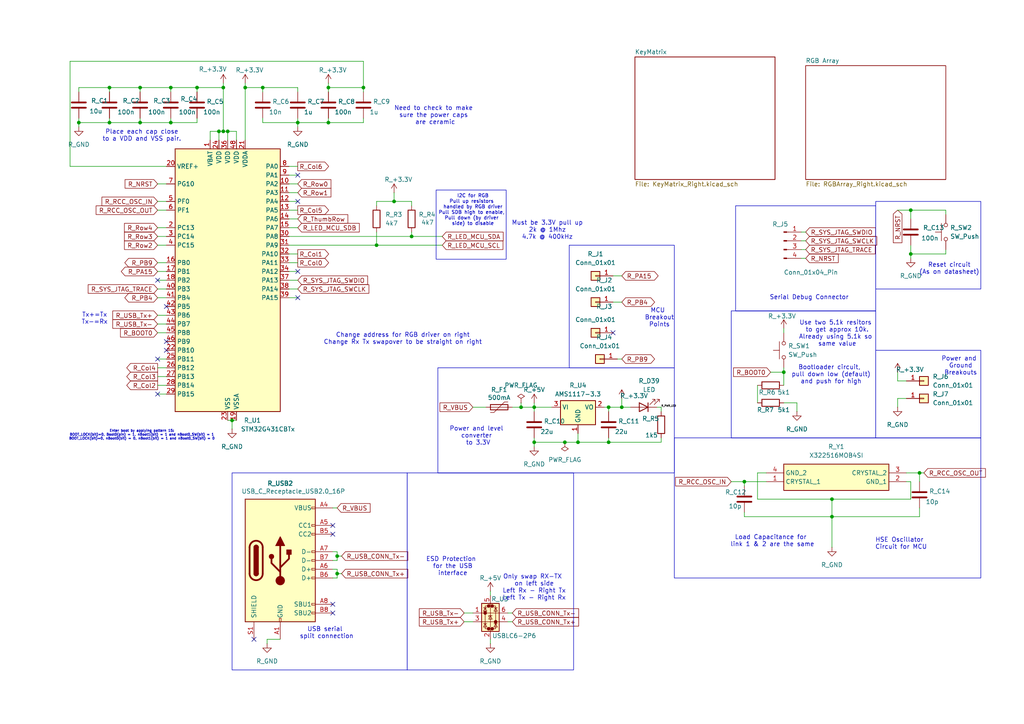
<source format=kicad_sch>
(kicad_sch (version 20250114) (generator "eeschema") (generator_version "9.0")
  (paper "A4")
  (lib_symbols
    (symbol "Connector:Conn_01x04_Pin" (pin_names (offset 1.016) (hide yes))
      (property "Reference" "J" (at 0 5.08 0))
      (property "Value" "Conn_01x04_Pin" (at 0 -7.62 0))
      (symbol "Conn_01x04_Pin_1_1"
        (pin passive line (at 5.08 2.54 180) (length 3.81) (name "Pin_1") (number "1"))
        (pin passive line (at 5.08 0 180) (length 3.81) (name "Pin_2") (number "2"))
        (pin passive line (at 5.08 -2.54 180) (length 3.81) (name "Pin_3") (number "3"))
        (pin passive line (at 5.08 -5.08 180) (length 3.81) (name "Pin_4") (number "4"))
      )
    )
    (symbol "Connector:USB_C_Receptacle_USB2.0_16P" (pin_names (offset 1.016))
      (property "Reference" "J" (at 0 22.225 0))
      (property "Value" "USB_C_Receptacle_USB2.0_16P" (at 0 19.685 0))
      (symbol "USB_C_Receptacle_USB2.0_16P_1_1"
        (pin passive line (at -7.62 -22.86 90) (length 5.08) (name "SHIELD") (number "S1"))
        (pin passive line (at 0 -22.86 90) (length 5.08) (name "GND") (number "A1"))
        (pin passive line (at 0 -22.86 90) (length 5.08) (hide yes) (name "GND") (number "A12"))
        (pin passive line (at 0 -22.86 90) (length 5.08) (hide yes) (name "GND") (number "B1"))
        (pin passive line (at 0 -22.86 90) (length 5.08) (hide yes) (name "GND") (number "B12"))
        (pin passive line (at 15.24 15.24 180) (length 5.08) (name "VBUS") (number "A4"))
        (pin passive line (at 15.24 15.24 180) (length 5.08) (hide yes) (name "VBUS") (number "A9"))
        (pin passive line (at 15.24 15.24 180) (length 5.08) (hide yes) (name "VBUS") (number "B4"))
        (pin passive line (at 15.24 15.24 180) (length 5.08) (hide yes) (name "VBUS") (number "B9"))
        (pin bidirectional line (at 15.24 10.16 180) (length 5.08) (name "CC1") (number "A5"))
        (pin bidirectional line (at 15.24 7.62 180) (length 5.08) (name "CC2") (number "B5"))
        (pin bidirectional line (at 15.24 2.54 180) (length 5.08) (name "D-") (number "A7"))
        (pin bidirectional line (at 15.24 0 180) (length 5.08) (name "D-") (number "B7"))
        (pin bidirectional line (at 15.24 -2.54 180) (length 5.08) (name "D+") (number "A6"))
        (pin bidirectional line (at 15.24 -5.08 180) (length 5.08) (name "D+") (number "B6"))
        (pin bidirectional line (at 15.24 -12.7 180) (length 5.08) (name "SBU1") (number "A8"))
        (pin bidirectional line (at 15.24 -15.24 180) (length 5.08) (name "SBU2") (number "B8"))
      )
    )
    (symbol "Connector_Generic:Conn_01x01" (pin_names (offset 1.016) (hide yes))
      (property "Reference" "J" (at 0 2.54 0))
      (property "Value" "Conn_01x01" (at 0 -2.54 0))
      (symbol "Conn_01x01_1_1"
        (pin passive line (at -5.08 0 0) (length 3.81) (name "Pin_1") (number "1"))
      )
    )
    (symbol "Device:C" (pin_numbers (hide yes)) (pin_names (offset 0.254))
      (property "Reference" "C" (at 0.635 2.54 0))
      (property "Value" "C" (at 0.635 -2.54 0))
      (symbol "C_1_1"
        (pin passive line (at 0 3.81 270) (length 2.794) (name "~") (number "1"))
        (pin passive line (at 0 -3.81 90) (length 2.794) (name "~") (number "2"))
      )
    )
    (symbol "Device:LED" (pin_numbers (hide yes)) (pin_names (offset 1.016) (hide yes))
      (property "Reference" "D" (at 0 2.54 0))
      (property "Value" "LED" (at 0 -2.54 0))
      (symbol "LED_1_1"
        (pin passive line (at -3.81 0 0) (length 2.54) (name "K") (number "1"))
        (pin passive line (at 3.81 0 180) (length 2.54) (name "A") (number "2"))
      )
    )
    (symbol "Device:Polyfuse" (pin_numbers (hide yes)) (pin_names (offset 0))
      (property "Reference" "F" (at -2.54 0 90))
      (property "Value" "Polyfuse" (at 2.54 0 90))
      (symbol "Polyfuse_1_1"
        (pin passive line (at 0 3.81 270) (length 1.27) (name "~") (number "1"))
        (pin passive line (at 0 -3.81 90) (length 1.27) (name "~") (number "2"))
      )
    )
    (symbol "Device:R" (pin_numbers (hide yes)) (pin_names (offset 0))
      (property "Reference" "R" (at 2.032 0 90))
      (property "Value" "R" (at 0 0 90))
      (symbol "R_1_1"
        (pin passive line (at 0 3.81 270) (length 1.27) (name "~") (number "1"))
        (pin passive line (at 0 -3.81 90) (length 1.27) (name "~") (number "2"))
      )
    )
    (symbol "MCU_ST_STM32G4:STM32G431CBTx"
      (property "Reference" "U" (at -15.24 39.37 0))
      (property "Value" "STM32G431CBTx" (at 7.62 39.37 0))
      (symbol "STM32G431CBTx_1_1"
        (pin input line (at -17.78 33.02 0) (length 2.54) (name "VREF+") (number "20"))
        (pin bidirectional line (at -17.78 27.94 0) (length 2.54) (name "PG10") (number "7"))
        (pin bidirectional line (at -17.78 22.86 0) (length 2.54) (name "PF0") (number "5"))
        (pin bidirectional line (at -17.78 20.32 0) (length 2.54) (name "PF1") (number "6"))
        (pin bidirectional line (at -17.78 15.24 0) (length 2.54) (name "PC13") (number "2"))
        (pin bidirectional line (at -17.78 12.7 0) (length 2.54) (name "PC14") (number "3"))
        (pin bidirectional line (at -17.78 10.16 0) (length 2.54) (name "PC15") (number "4"))
        (pin bidirectional line (at -17.78 5.08 0) (length 2.54) (name "PB0") (number "16"))
        (pin bidirectional line (at -17.78 2.54 0) (length 2.54) (name "PB1") (number "17"))
        (pin bidirectional line (at -17.78 0 0) (length 2.54) (name "PB2") (number "18"))
        (pin bidirectional line (at -17.78 -2.54 0) (length 2.54) (name "PB3") (number "40"))
        (pin bidirectional line (at -17.78 -5.08 0) (length 2.54) (name "PB4") (number "41"))
        (pin bidirectional line (at -17.78 -7.62 0) (length 2.54) (name "PB5") (number "42"))
        (pin bidirectional line (at -17.78 -10.16 0) (length 2.54) (name "PB6") (number "43"))
        (pin bidirectional line (at -17.78 -12.7 0) (length 2.54) (name "PB7") (number "44"))
        (pin bidirectional line (at -17.78 -15.24 0) (length 2.54) (name "PB8") (number "45"))
        (pin bidirectional line (at -17.78 -17.78 0) (length 2.54) (name "PB9") (number "46"))
        (pin bidirectional line (at -17.78 -20.32 0) (length 2.54) (name "PB10") (number "22"))
        (pin bidirectional line (at -17.78 -22.86 0) (length 2.54) (name "PB11") (number "25"))
        (pin bidirectional line (at -17.78 -25.4 0) (length 2.54) (name "PB12") (number "26"))
        (pin bidirectional line (at -17.78 -27.94 0) (length 2.54) (name "PB13") (number "27"))
        (pin bidirectional line (at -17.78 -30.48 0) (length 2.54) (name "PB14") (number "28"))
        (pin bidirectional line (at -17.78 -33.02 0) (length 2.54) (name "PB15") (number "29"))
        (pin power_in line (at -5.08 40.64 270) (length 2.54) (name "VBAT") (number "1"))
        (pin power_in line (at -2.54 40.64 270) (length 2.54) (name "VDD") (number "24"))
        (pin power_in line (at 0 40.64 270) (length 2.54) (name "VDD") (number "36"))
        (pin power_in line (at 0 -40.64 90) (length 2.54) (name "VSS") (number "23"))
        (pin passive line (at 0 -40.64 90) (length 2.54) (hide yes) (name "VSS") (number "35"))
        (pin passive line (at 0 -40.64 90) (length 2.54) (hide yes) (name "VSS") (number "47"))
        (pin power_in line (at 2.54 40.64 270) (length 2.54) (name "VDD") (number "48"))
        (pin power_in line (at 2.54 -40.64 90) (length 2.54) (name "VSSA") (number "19"))
        (pin power_in line (at 5.08 40.64 270) (length 2.54) (name "VDDA") (number "21"))
        (pin bidirectional line (at 17.78 33.02 180) (length 2.54) (name "PA0") (number "8"))
        (pin bidirectional line (at 17.78 30.48 180) (length 2.54) (name "PA1") (number "9"))
        (pin bidirectional line (at 17.78 27.94 180) (length 2.54) (name "PA2") (number "10"))
        (pin bidirectional line (at 17.78 25.4 180) (length 2.54) (name "PA3") (number "11"))
        (pin bidirectional line (at 17.78 22.86 180) (length 2.54) (name "PA4") (number "12"))
        (pin bidirectional line (at 17.78 20.32 180) (length 2.54) (name "PA5") (number "13"))
        (pin bidirectional line (at 17.78 17.78 180) (length 2.54) (name "PA6") (number "14"))
        (pin bidirectional line (at 17.78 15.24 180) (length 2.54) (name "PA7") (number "15"))
        (pin bidirectional line (at 17.78 12.7 180) (length 2.54) (name "PA8") (number "30"))
        (pin bidirectional line (at 17.78 10.16 180) (length 2.54) (name "PA9") (number "31"))
        (pin bidirectional line (at 17.78 7.62 180) (length 2.54) (name "PA10") (number "32"))
        (pin bidirectional line (at 17.78 5.08 180) (length 2.54) (name "PA11") (number "33"))
        (pin bidirectional line (at 17.78 2.54 180) (length 2.54) (name "PA12") (number "34"))
        (pin bidirectional line (at 17.78 0 180) (length 2.54) (name "PA13") (number "37"))
        (pin bidirectional line (at 17.78 -2.54 180) (length 2.54) (name "PA14") (number "38"))
        (pin bidirectional line (at 17.78 -5.08 180) (length 2.54) (name "PA15") (number "39"))
      )
    )
    (symbol "Power_Protection:USBLC6-2P6" (pin_names (hide yes))
      (property "Reference" "U" (at 0.635 5.715 0))
      (property "Value" "USBLC6-2P6" (at 0.635 3.81 0))
      (symbol "USBLC6-2P6_1_1"
        (pin passive line (at -5.08 0 0) (length 2.54) (name "I/O1") (number "1"))
        (pin passive line (at -5.08 -2.54 0) (length 2.54) (name "I/O2") (number "3"))
        (pin passive line (at 0 5.08 270) (length 2.54) (name "VBUS") (number "5"))
        (pin passive line (at 0 -7.62 90) (length 2.54) (name "GND") (number "2"))
        (pin passive line (at 5.08 0 180) (length 2.54) (name "I/O1") (number "6"))
        (pin passive line (at 5.08 -2.54 180) (length 2.54) (name "I/O2") (number "4"))
      )
    )
    (symbol "Regulator_Linear:AMS1117-3.3"
      (property "Reference" "U" (at -3.81 3.175 0))
      (property "Value" "AMS1117-3.3" (at 0 3.175 0))
      (symbol "AMS1117-3.3_1_1"
        (pin power_in line (at -7.62 0 0) (length 2.54) (name "VI") (number "3"))
        (pin power_in line (at 0 -7.62 90) (length 2.54) (name "GND") (number "1"))
        (pin power_out line (at 7.62 0 180) (length 2.54) (name "VO") (number "2"))
      )
    )
    (symbol "SamacSys_Parts:X322516MOB4SI"
      (property "Reference" "Y" (at 36.83 7.62 0))
      (property "Value" "X322516MOB4SI" (at 36.83 5.08 0))
      (symbol "X322516MOB4SI_1_1"
        (pin passive line (at 0 0 0) (length 5.08) (name "GND_2") (number "4"))
        (pin passive line (at 0 -2.54 0) (length 5.08) (name "CRYSTAL_1") (number "1"))
        (pin passive line (at 40.64 0 180) (length 5.08) (name "CRYSTAL_2") (number "3"))
        (pin passive line (at 40.64 -2.54 180) (length 5.08) (name "GND_1") (number "2"))
      )
    )
    (symbol "Switch:SW_Push" (pin_numbers (hide yes)) (pin_names (offset 1.016) (hide yes))
      (property "Reference" "SW" (at 1.27 2.54 0))
      (property "Value" "SW_Push" (at 0 -1.524 0))
      (symbol "SW_Push_0_1"
        (pin passive line (at -5.08 0 0) (length 2.54) (name "1") (number "1"))
        (pin passive line (at 5.08 0 180) (length 2.54) (name "2") (number "2"))
      )
    )
    (symbol "power:+3.3V" (power) (pin_numbers (hide yes)) (pin_names (offset 0) (hide yes))
      (property "Value" "+3.3V" (at 0 3.556 0))
      (symbol "+3.3V_1_1"
        (pin power_in line (at 0 0 90) (length 0) (name "~") (number "1"))
      )
    )
    (symbol "power:+5V" (power) (pin_numbers (hide yes)) (pin_names (offset 0) (hide yes))
      (property "Value" "+5V" (at 0 3.556 0))
      (symbol "+5V_1_1"
        (pin power_in line (at 0 0 90) (length 0) (name "~") (number "1"))
      )
    )
    (symbol "power:GND" (power) (pin_numbers (hide yes)) (pin_names (offset 0) (hide yes))
      (property "Value" "GND" (at 0 -3.81 0))
      (symbol "GND_1_1"
        (pin power_in line (at 0 0 270) (length 0) (name "~") (number "1"))
      )
    )
    (symbol "power:PWR_FLAG" (power) (pin_numbers (hide yes)) (pin_names (offset 0) (hide yes))
      (property "Value" "PWR_FLAG" (at 0 3.81 0))
      (symbol "PWR_FLAG_0_0"
        (pin power_out line (at 0 0 90) (length 0) (name "~") (number "1"))
      )
    )
  )
  (rectangle (start 67.31 137.16) (end 118.11 194.31))
  (rectangle (start 254 58.42) (end 284.48 83.82))
  (rectangle (start 126.492 55.118) (end 146.812 75.184))
  (rectangle (start 195.58 127) (end 284.48 167.64))
  (rectangle (start 127 106.68) (end 195.58 137.16))
  (rectangle (start 254 101.6) (end 284.48 127))
  (rectangle (start 165.1 71.12) (end 195.58 106.68))
  (rectangle (start 213.36 59.69) (end 254 90.17))
  (rectangle (start 212.09 90.17) (end 254 127))
  (rectangle (start 118.11 137.16) (end 166.37 194.31))
  (text "MCU \nBreakout\nPoints" (at 191.262 92.202 0) (effects (font (size 1.27 1.27))))
  (text "Only swap RX-TX \non left side\nLeft Rx - Right Tx\nLeft Tx - Right Rx" (at 154.94 170.434 0) (effects (font (size 1.27 1.27))))
  (text "Need to check to make \nsure the power caps \nare ceramic" (at 126.238 33.528 0) (effects (font (size 1.27 1.27))))
  (text "HSE Oscillator \nCircuit for MCU" (at 261.366 157.734 0) (effects (font (size 1.27 1.27))))
  (text "Must be 3.3V pull up\n2k @ 1Mhz\n4.7k @ 400kHz\n" (at 158.75 66.802 0) (effects (font (size 1.27 1.27))))
  (text "Serial Debug Connector\n" (at 234.696 86.36 0) (effects (font (size 1.27 1.27))))
  (text "Change address for RGB driver on right\nChange Rx Tx swapover to be straight on right" (at 116.84 98.298 0) (effects (font (size 1.27 1.27))))
  (text "Place each cap close\nto a VDD and VSS pair." (at 41.148 39.37 0) (effects (font (size 1.27 1.27))))
  (text "I2C for RGB\nPull up resistors \nhandled by RGB driver\nPull SDB high to enable, \nPull down (by driver \nside) to disable" (at 137.16 60.96 0) (effects (font (size 1 1))))
  (text "Bootloader circuit, \npull down low (default)\nand push for high" (at 241.046 108.712 0) (effects (font (size 1.27 1.27))))
  (text "Use two 5.1k resitors \nto get approx 10k.\nAlready using 5.1k so \nsame value\n" (at 242.824 96.774 0) (effects (font (size 1.27 1.27))))
  (text "Power and \nGround\nBreakouts\n" (at 278.638 106.172 0) (effects (font (size 1.27 1.27))))
  (text "Enter boot by applying pattern 15:\nBOOT_LOCK(bit)=0, Boot0(pin) = 1, nBoot1(bit) = 1 and nBoot0_SW(bit) = 1\nBOOT_LOCK(bit)=0, nBoot0(bit) = 0, nBoot1(bit) = 1 and nBoot0_SW(bit) = 0" (at 41.148 126.238 0) (effects (font (size 0.7 0.7))))
  (text "USB serial \nsplit connection" (at 94.742 183.642 0) (effects (font (size 1.27 1.27))))
  (text "Reset circuit\n(As on datasheet)\n" (at 275.336 77.978 0) (effects (font (size 1.27 1.27))))
  (text "ESD Protection \nfor the USB\ninterface" (at 131.318 164.338 0) (effects (font (size 1.27 1.27))))
  (text "Tx+=Tx\nTx-=Rx" (at 27.432 92.456 0) (effects (font (size 1.27 1.27))))
  (text "Load Capacitance for \nlink 1 & 2 are the same" (at 224.028 156.972 0) (effects (font (size 1.27 1.27))))
  (text "Power and level \nconverter \nto 3.3V" (at 138.684 126.492 0) (effects (font (size 1.27 1.27))))
  (junction (at 154.94 128.27))
  (junction (at 40.64 35.56))
  (junction (at 215.9 139.7))
  (junction (at 163.83 128.27))
  (junction (at 49.53 35.56))
  (junction (at 64.77 38.1))
  (junction (at 264.16 73.66))
  (junction (at 63.5 38.1))
  (junction (at 95.25 25.4))
  (junction (at 40.64 25.4))
  (junction (at 154.94 118.11))
  (junction (at 241.3 149.86))
  (junction (at 31.75 25.4))
  (junction (at 227.33 107.95))
  (junction (at 76.2 25.4))
  (junction (at 64.77 25.4))
  (junction (at 22.86 35.56))
  (junction (at 176.53 118.11))
  (junction (at 241.3 144.78))
  (junction (at 109.22 71.12))
  (junction (at 119.38 68.58))
  (junction (at 266.7 137.16))
  (junction (at 67.31 121.92))
  (junction (at 176.53 128.27))
  (junction (at 86.36 35.56))
  (junction (at 180.34 118.11))
  (junction (at 105.41 25.4))
  (junction (at 167.64 128.27))
  (junction (at 114.3 58.42))
  (junction (at 95.25 35.56))
  (junction (at 66.04 38.1))
  (junction (at 71.12 25.4))
  (junction (at 49.53 25.4))
  (junction (at 31.75 35.56))
  (junction (at 151.13 118.11))
  (junction (at 264.16 60.96))
  (junction (at 97.79 166.37))
  (junction (at 57.15 25.4))
  (junction (at 97.79 161.29))
  (no_connect (at 48.26 88.9))
  (no_connect (at 177.8 96.52))
  (no_connect (at 86.36 86.36))
  (no_connect (at 96.52 175.26))
  (no_connect (at 48.26 101.6))
  (no_connect (at 48.26 99.06))
  (no_connect (at 96.52 152.4))
  (no_connect (at 73.66 185.42))
  (no_connect (at 45.72 81.28))
  (no_connect (at 45.72 104.14))
  (no_connect (at 45.72 114.3))
  (no_connect (at 96.52 177.8))
  (no_connect (at 86.36 50.8))
  (no_connect (at 96.52 154.94))
  (no_connect (at 86.36 58.42))
  (no_connect (at 86.36 78.74))
  (wire (pts (xy 109.22 71.12) (xy 128.27 71.12)))
  (wire (pts (xy 219.71 144.78) (xy 241.3 144.78)))
  (wire (pts (xy 227.33 106.68) (xy 227.33 107.95)))
  (wire (pts (xy 222.25 137.16) (xy 219.71 137.16)))
  (wire (pts (xy 49.53 25.4) (xy 57.15 25.4)))
  (wire (pts (xy 45.72 58.42) (xy 48.26 58.42)))
  (wire (pts (xy 264.16 139.7) (xy 264.16 144.78)))
  (wire (pts (xy 264.16 60.96) (xy 264.16 63.5)))
  (wire (pts (xy 95.25 25.4) (xy 95.25 26.67)))
  (wire (pts (xy 20.32 48.26) (xy 20.32 17.78)))
  (wire (pts (xy 148.59 118.11) (xy 151.13 118.11)))
  (wire (pts (xy 262.89 139.7) (xy 264.16 139.7)))
  (wire (pts (xy 20.32 48.26) (xy 48.26 48.26)))
  (wire (pts (xy 45.72 106.68) (xy 48.26 106.68)))
  (wire (pts (xy 86.36 78.74) (xy 83.82 78.74)))
  (wire (pts (xy 63.5 38.1) (xy 60.96 38.1)))
  (wire (pts (xy 45.72 86.36) (xy 48.26 86.36)))
  (wire (pts (xy 64.77 38.1) (xy 63.5 38.1)))
  (wire (pts (xy 40.64 25.4) (xy 49.53 25.4)))
  (wire (pts (xy 227.33 95.25) (xy 227.33 96.52)))
  (wire (pts (xy 97.79 161.29) (xy 97.79 162.56)))
  (wire (pts (xy 83.82 68.58) (xy 119.38 68.58)))
  (wire (pts (xy 260.35 60.96) (xy 264.16 60.96)))
  (wire (pts (xy 95.25 35.56) (xy 105.41 35.56)))
  (wire (pts (xy 83.82 71.12) (xy 109.22 71.12)))
  (wire (pts (xy 154.94 118.11) (xy 154.94 119.38)))
  (wire (pts (xy 97.79 166.37) (xy 99.06 166.37)))
  (wire (pts (xy 119.38 68.58) (xy 128.27 68.58)))
  (wire (pts (xy 163.83 128.27) (xy 167.64 128.27)))
  (wire (pts (xy 151.13 118.11) (xy 154.94 118.11)))
  (wire (pts (xy 45.72 104.14) (xy 48.26 104.14)))
  (wire (pts (xy 233.68 72.39) (xy 232.41 72.39)))
  (wire (pts (xy 233.68 74.93) (xy 232.41 74.93)))
  (wire (pts (xy 45.72 53.34) (xy 48.26 53.34)))
  (wire (pts (xy 96.52 167.64) (xy 97.79 167.64)))
  (wire (pts (xy 215.9 148.59) (xy 215.9 149.86)))
  (wire (pts (xy 86.36 34.29) (xy 86.36 35.56)))
  (wire (pts (xy 86.36 83.82) (xy 83.82 83.82)))
  (wire (pts (xy 137.16 118.11) (xy 140.97 118.11)))
  (wire (pts (xy 86.36 48.26) (xy 83.82 48.26)))
  (wire (pts (xy 86.36 76.2) (xy 83.82 76.2)))
  (wire (pts (xy 114.3 55.88) (xy 114.3 58.42)))
  (wire (pts (xy 96.52 147.32) (xy 97.79 147.32)))
  (wire (pts (xy 264.16 73.66) (xy 274.32 73.66)))
  (wire (pts (xy 76.2 34.29) (xy 76.2 35.56)))
  (wire (pts (xy 175.26 118.11) (xy 176.53 118.11)))
  (wire (pts (xy 45.72 81.28) (xy 48.26 81.28)))
  (wire (pts (xy 177.8 87.63) (xy 180.34 87.63)))
  (wire (pts (xy 86.36 86.36) (xy 83.82 86.36)))
  (wire (pts (xy 86.36 81.28) (xy 83.82 81.28)))
  (wire (pts (xy 96.52 165.1) (xy 97.79 165.1)))
  (wire (pts (xy 76.2 25.4) (xy 76.2 26.67)))
  (wire (pts (xy 63.5 38.1) (xy 63.5 40.64)))
  (wire (pts (xy 177.8 80.01) (xy 180.34 80.01)))
  (wire (pts (xy 71.12 25.4) (xy 76.2 25.4)))
  (wire (pts (xy 154.94 127) (xy 154.94 128.27)))
  (wire (pts (xy 227.33 116.84) (xy 231.14 116.84)))
  (wire (pts (xy 134.62 177.8) (xy 137.16 177.8)))
  (wire (pts (xy 45.72 76.2) (xy 48.26 76.2)))
  (wire (pts (xy 142.24 185.42) (xy 142.24 186.69)))
  (wire (pts (xy 241.3 144.78) (xy 241.3 149.86)))
  (wire (pts (xy 45.72 66.04) (xy 48.26 66.04)))
  (wire (pts (xy 119.38 67.31) (xy 119.38 68.58)))
  (wire (pts (xy 97.79 162.56) (xy 96.52 162.56)))
  (wire (pts (xy 148.59 177.8) (xy 147.32 177.8)))
  (wire (pts (xy 86.36 63.5) (xy 83.82 63.5)))
  (wire (pts (xy 40.64 34.29) (xy 40.64 35.56)))
  (wire (pts (xy 219.71 137.16) (xy 219.71 144.78)))
  (wire (pts (xy 45.72 93.98) (xy 48.26 93.98)))
  (wire (pts (xy 67.31 121.92) (xy 67.31 124.46)))
  (wire (pts (xy 86.36 66.04) (xy 83.82 66.04)))
  (wire (pts (xy 154.94 116.84) (xy 154.94 118.11)))
  (wire (pts (xy 266.7 137.16) (xy 267.97 137.16)))
  (wire (pts (xy 266.7 149.86) (xy 241.3 149.86)))
  (wire (pts (xy 64.77 25.4) (xy 64.77 38.1)))
  (wire (pts (xy 215.9 149.86) (xy 241.3 149.86)))
  (wire (pts (xy 114.3 58.42) (xy 109.22 58.42)))
  (wire (pts (xy 154.94 118.11) (xy 160.02 118.11)))
  (wire (pts (xy 95.25 24.13) (xy 95.25 25.4)))
  (wire (pts (xy 49.53 35.56) (xy 40.64 35.56)))
  (wire (pts (xy 109.22 59.69) (xy 109.22 58.42)))
  (wire (pts (xy 109.22 67.31) (xy 109.22 71.12)))
  (wire (pts (xy 22.86 35.56) (xy 31.75 35.56)))
  (wire (pts (xy 86.36 35.56) (xy 86.36 36.83)))
  (wire (pts (xy 45.72 68.58) (xy 48.26 68.58)))
  (wire (pts (xy 71.12 24.13) (xy 71.12 25.4)))
  (wire (pts (xy 179.07 104.14) (xy 180.34 104.14)))
  (wire (pts (xy 134.62 180.34) (xy 137.16 180.34)))
  (wire (pts (xy 266.7 137.16) (xy 266.7 139.7)))
  (wire (pts (xy 31.75 35.56) (xy 40.64 35.56)))
  (wire (pts (xy 49.53 34.29) (xy 49.53 35.56)))
  (wire (pts (xy 223.52 107.95) (xy 227.33 107.95)))
  (wire (pts (xy 45.72 109.22) (xy 48.26 109.22)))
  (wire (pts (xy 66.04 38.1) (xy 66.04 40.64)))
  (wire (pts (xy 86.36 60.96) (xy 83.82 60.96)))
  (wire (pts (xy 31.75 25.4) (xy 31.75 26.67)))
  (wire (pts (xy 96.52 160.02) (xy 97.79 160.02)))
  (wire (pts (xy 266.7 149.86) (xy 266.7 147.32)))
  (wire (pts (xy 22.86 25.4) (xy 22.86 26.67)))
  (wire (pts (xy 71.12 25.4) (xy 71.12 40.64)))
  (wire (pts (xy 45.72 60.96) (xy 48.26 60.96)))
  (wire (pts (xy 45.72 96.52) (xy 48.26 96.52)))
  (wire (pts (xy 86.36 73.66) (xy 83.82 73.66)))
  (wire (pts (xy 180.34 118.11) (xy 182.88 118.11)))
  (wire (pts (xy 95.25 35.56) (xy 95.25 34.29)))
  (wire (pts (xy 262.89 115.57) (xy 260.35 115.57)))
  (wire (pts (xy 215.9 139.7) (xy 215.9 140.97)))
  (wire (pts (xy 154.94 128.27) (xy 154.94 129.54)))
  (wire (pts (xy 45.72 111.76) (xy 48.26 111.76)))
  (wire (pts (xy 241.3 149.86) (xy 241.3 158.75)))
  (wire (pts (xy 97.79 166.37) (xy 97.79 167.64)))
  (wire (pts (xy 191.77 127) (xy 191.77 128.27)))
  (wire (pts (xy 190.5 118.11) (xy 191.77 118.11)))
  (wire (pts (xy 22.86 25.4) (xy 31.75 25.4)))
  (wire (pts (xy 274.32 72.39) (xy 274.32 73.66)))
  (wire (pts (xy 60.96 38.1) (xy 60.96 40.64)))
  (wire (pts (xy 191.77 128.27) (xy 176.53 128.27)))
  (wire (pts (xy 66.04 121.92) (xy 67.31 121.92)))
  (wire (pts (xy 45.72 114.3) (xy 48.26 114.3)))
  (wire (pts (xy 40.64 25.4) (xy 40.64 26.67)))
  (wire (pts (xy 45.72 78.74) (xy 48.26 78.74)))
  (wire (pts (xy 77.47 185.42) (xy 81.28 185.42)))
  (wire (pts (xy 57.15 25.4) (xy 64.77 25.4)))
  (wire (pts (xy 57.15 34.29) (xy 57.15 35.56)))
  (wire (pts (xy 66.04 38.1) (xy 64.77 38.1)))
  (wire (pts (xy 260.35 115.57) (xy 260.35 118.11)))
  (wire (pts (xy 76.2 25.4) (xy 86.36 25.4)))
  (wire (pts (xy 68.58 38.1) (xy 66.04 38.1)))
  (wire (pts (xy 97.79 165.1) (xy 97.79 166.37)))
  (wire (pts (xy 114.3 58.42) (xy 119.38 58.42)))
  (wire (pts (xy 86.36 53.34) (xy 83.82 53.34)))
  (wire (pts (xy 57.15 25.4) (xy 57.15 26.67)))
  (wire (pts (xy 22.86 34.29) (xy 22.86 35.56)))
  (wire (pts (xy 105.41 25.4) (xy 105.41 26.67)))
  (wire (pts (xy 167.64 128.27) (xy 176.53 128.27)))
  (wire (pts (xy 219.71 111.76) (xy 219.71 116.84)))
  (wire (pts (xy 142.24 171.45) (xy 142.24 172.72)))
  (wire (pts (xy 45.72 83.82) (xy 48.26 83.82)))
  (wire (pts (xy 45.72 91.44) (xy 48.26 91.44)))
  (wire (pts (xy 151.13 116.84) (xy 151.13 118.11)))
  (wire (pts (xy 86.36 58.42) (xy 83.82 58.42)))
  (wire (pts (xy 22.86 35.56) (xy 22.86 36.83)))
  (wire (pts (xy 97.79 161.29) (xy 99.06 161.29)))
  (wire (pts (xy 264.16 74.93) (xy 264.16 73.66)))
  (wire (pts (xy 67.31 121.92) (xy 68.58 121.92)))
  (wire (pts (xy 191.77 118.11) (xy 191.77 119.38)))
  (wire (pts (xy 148.59 180.34) (xy 147.32 180.34)))
  (wire (pts (xy 176.53 118.11) (xy 176.53 119.38)))
  (wire (pts (xy 274.32 60.96) (xy 274.32 62.23)))
  (wire (pts (xy 86.36 25.4) (xy 86.36 26.67)))
  (wire (pts (xy 262.89 110.49) (xy 260.35 110.49)))
  (wire (pts (xy 180.34 115.57) (xy 180.34 118.11)))
  (wire (pts (xy 86.36 55.88) (xy 83.82 55.88)))
  (wire (pts (xy 154.94 128.27) (xy 163.83 128.27)))
  (wire (pts (xy 68.58 40.64) (xy 68.58 38.1)))
  (wire (pts (xy 31.75 25.4) (xy 40.64 25.4)))
  (wire (pts (xy 76.2 35.56) (xy 86.36 35.56)))
  (wire (pts (xy 49.53 25.4) (xy 49.53 26.67)))
  (wire (pts (xy 241.3 144.78) (xy 264.16 144.78)))
  (wire (pts (xy 167.64 128.27) (xy 167.64 125.73)))
  (wire (pts (xy 212.09 139.7) (xy 215.9 139.7)))
  (wire (pts (xy 77.47 185.42) (xy 77.47 186.69)))
  (wire (pts (xy 119.38 58.42) (xy 119.38 59.69)))
  (wire (pts (xy 86.36 35.56) (xy 95.25 35.56)))
  (wire (pts (xy 20.32 17.78) (xy 105.41 17.78)))
  (wire (pts (xy 222.25 139.7) (xy 215.9 139.7)))
  (wire (pts (xy 45.72 71.12) (xy 48.26 71.12)))
  (wire (pts (xy 31.75 34.29) (xy 31.75 35.56)))
  (wire (pts (xy 231.14 116.84) (xy 231.14 119.38)))
  (wire (pts (xy 176.53 118.11) (xy 180.34 118.11)))
  (wire (pts (xy 86.36 50.8) (xy 83.82 50.8)))
  (wire (pts (xy 64.77 24.13) (xy 64.77 25.4)))
  (wire (pts (xy 176.53 127) (xy 176.53 128.27)))
  (wire (pts (xy 57.15 35.56) (xy 49.53 35.56)))
  (wire (pts (xy 95.25 25.4) (xy 105.41 25.4)))
  (wire (pts (xy 233.68 69.85) (xy 232.41 69.85)))
  (wire (pts (xy 262.89 137.16) (xy 266.7 137.16)))
  (wire (pts (xy 233.68 67.31) (xy 232.41 67.31)))
  (wire (pts (xy 264.16 71.12) (xy 264.16 73.66)))
  (wire (pts (xy 264.16 60.96) (xy 274.32 60.96)))
  (wire (pts (xy 97.79 160.02) (xy 97.79 161.29)))
  (wire (pts (xy 105.41 35.56) (xy 105.41 34.29)))
  (wire (pts (xy 260.35 110.49) (xy 260.35 107.95)))
  (wire (pts (xy 227.33 107.95) (xy 227.33 111.76)))
  (wire (pts (xy 105.41 17.78) (xy 105.41 25.4)))
  (label "R_PWR_LED" (at 191.77 118.11 0) (effects (font (size 0.5 0.5))))
  (global_label "R_Col4" (shape output) (at 45.72 106.68 180) (property "Intersheetrefs" "${INTERSHEET_REFS}" (effects (hide yes))))
  (global_label "R_LED_MCU_SCL" (shape input) (at 128.27 71.12 0) (property "Intersheetrefs" "${INTERSHEET_REFS}" (effects (hide yes))))
  (global_label "R_Row4" (shape input) (at 45.72 66.04 180) (property "Intersheetrefs" "${INTERSHEET_REFS}" (effects (hide yes))))
  (global_label "R_USB_Tx-" (shape input) (at 134.62 177.8 180) (property "Intersheetrefs" "${INTERSHEET_REFS}" (effects (hide yes))))
  (global_label "R_Row1" (shape input) (at 86.36 55.88 0) (property "Intersheetrefs" "${INTERSHEET_REFS}" (effects (hide yes))))
  (global_label "R_SYS_JTAG_TRACE" (shape input) (at 45.72 83.82 180) (property "Intersheetrefs" "${INTERSHEET_REFS}" (effects (hide yes))))
  (global_label "R_SYS_JTAG_SWCLK" (shape input) (at 233.68 69.85 0) (property "Intersheetrefs" "${INTERSHEET_REFS}" (effects (hide yes))))
  (global_label "R_Col6" (shape output) (at 86.36 48.26 0) (property "Intersheetrefs" "${INTERSHEET_REFS}" (effects (hide yes))))
  (global_label "R_BOOT0" (shape input) (at 45.72 96.52 180) (property "Intersheetrefs" "${INTERSHEET_REFS}" (effects (hide yes))))
  (global_label "R_Row0" (shape input) (at 86.36 53.34 0) (property "Intersheetrefs" "${INTERSHEET_REFS}" (effects (hide yes))))
  (global_label "R_Row3" (shape input) (at 45.72 68.58 180) (property "Intersheetrefs" "${INTERSHEET_REFS}" (effects (hide yes))))
  (global_label "R_RCC_OSC_OUT" (shape input) (at 45.72 60.96 180) (property "Intersheetrefs" "${INTERSHEET_REFS}" (effects (hide yes))))
  (global_label "R_RCC_OSC_IN" (shape input) (at 212.09 139.7 180) (property "Intersheetrefs" "${INTERSHEET_REFS}" (effects (hide yes))))
  (global_label "R_SYS_JTAG_SWCLK" (shape input) (at 86.36 83.82 0) (property "Intersheetrefs" "${INTERSHEET_REFS}" (effects (hide yes))))
  (global_label "R_VBUS" (shape input) (at 137.16 118.11 180) (property "Intersheetrefs" "${INTERSHEET_REFS}" (effects (hide yes))))
  (global_label "R_Col2" (shape output) (at 45.72 111.76 180) (property "Intersheetrefs" "${INTERSHEET_REFS}" (effects (hide yes))))
  (global_label "R_PA15" (shape bidirectional) (at 45.72 78.74 180) (property "Intersheetrefs" "${INTERSHEET_REFS}" (effects (hide yes))))
  (global_label "R_RCC_OSC_IN" (shape input) (at 45.72 58.42 180) (property "Intersheetrefs" "${INTERSHEET_REFS}" (effects (hide yes))))
  (global_label "R_RCC_OSC_OUT" (shape input) (at 267.97 137.16 0) (property "Intersheetrefs" "${INTERSHEET_REFS}" (effects (hide yes))))
  (global_label "R_Col5" (shape output) (at 86.36 60.96 0) (property "Intersheetrefs" "${INTERSHEET_REFS}" (effects (hide yes))))
  (global_label "R_NRST" (shape input) (at 233.68 74.93 0) (property "Intersheetrefs" "${INTERSHEET_REFS}" (effects (hide yes))))
  (global_label "R_PB9" (shape bidirectional) (at 45.72 76.2 180) (property "Intersheetrefs" "${INTERSHEET_REFS}" (effects (hide yes))))
  (global_label "R_VBUS" (shape input) (at 97.79 147.32 0) (property "Intersheetrefs" "${INTERSHEET_REFS}" (effects (hide yes))))
  (global_label "R_PB4" (shape bidirectional) (at 180.34 87.63 0) (property "Intersheetrefs" "${INTERSHEET_REFS}" (effects (hide yes))))
  (global_label "R_USB_CONN_Tx+" (shape input) (at 148.59 180.34 0) (property "Intersheetrefs" "${INTERSHEET_REFS}" (effects (hide yes))))
  (global_label "R_ThumbRow" (shape input) (at 86.36 63.5 0) (property "Intersheetrefs" "${INTERSHEET_REFS}" (effects (hide yes))))
  (global_label "R_NRST" (shape input) (at 260.35 60.96 270) (property "Intersheetrefs" "${INTERSHEET_REFS}" (effects (hide yes))))
  (global_label "R_SYS_JTAG_TRACE" (shape input) (at 233.68 72.39 0) (property "Intersheetrefs" "${INTERSHEET_REFS}" (effects (hide yes))))
  (global_label "R_BOOT0" (shape input) (at 223.52 107.95 180) (property "Intersheetrefs" "${INTERSHEET_REFS}" (effects (hide yes))))
  (global_label "R_USB_Tx+" (shape input) (at 134.62 180.34 180) (property "Intersheetrefs" "${INTERSHEET_REFS}" (effects (hide yes))))
  (global_label "R_Row2" (shape input) (at 45.72 71.12 180) (property "Intersheetrefs" "${INTERSHEET_REFS}" (effects (hide yes))))
  (global_label "R_USB_CONN_Tx-" (shape input) (at 99.06 161.29 0) (property "Intersheetrefs" "${INTERSHEET_REFS}" (effects (hide yes))))
  (global_label "R_Col3" (shape output) (at 45.72 109.22 180) (property "Intersheetrefs" "${INTERSHEET_REFS}" (effects (hide yes))))
  (global_label "R_NRST" (shape input) (at 45.72 53.34 180) (property "Intersheetrefs" "${INTERSHEET_REFS}" (effects (hide yes))))
  (global_label "R_PB4" (shape bidirectional) (at 45.72 86.36 180) (property "Intersheetrefs" "${INTERSHEET_REFS}" (effects (hide yes))))
  (global_label "R_PB9" (shape bidirectional) (at 180.34 104.14 0) (property "Intersheetrefs" "${INTERSHEET_REFS}" (effects (hide yes))))
  (global_label "R_SYS_JTAG_SWDIO" (shape input) (at 233.68 67.31 0) (property "Intersheetrefs" "${INTERSHEET_REFS}" (effects (hide yes))))
  (global_label "R_SYS_JTAG_SWDIO" (shape input) (at 86.36 81.28 0) (property "Intersheetrefs" "${INTERSHEET_REFS}" (effects (hide yes))))
  (global_label "R_USB_CONN_Tx+" (shape input) (at 99.06 166.37 0) (property "Intersheetrefs" "${INTERSHEET_REFS}" (effects (hide yes))))
  (global_label "R_Col1" (shape output) (at 86.36 73.66 0) (property "Intersheetrefs" "${INTERSHEET_REFS}" (effects (hide yes))))
  (global_label "R_PA15" (shape bidirectional) (at 180.34 80.01 0) (property "Intersheetrefs" "${INTERSHEET_REFS}" (effects (hide yes))))
  (global_label "R_USB_Tx+" (shape input) (at 45.72 91.44 180) (property "Intersheetrefs" "${INTERSHEET_REFS}" (effects (hide yes))))
  (global_label "R_USB_Tx-" (shape input) (at 45.72 93.98 180) (property "Intersheetrefs" "${INTERSHEET_REFS}" (effects (hide yes))))
  (global_label "R_USB_CONN_Tx-" (shape input) (at 148.59 177.8 0) (property "Intersheetrefs" "${INTERSHEET_REFS}" (effects (hide yes))))
  (global_label "R_Col0" (shape output) (at 86.36 76.2 0) (property "Intersheetrefs" "${INTERSHEET_REFS}" (effects (hide yes))))
  (global_label "R_LED_MCU_SDA" (shape input) (at 128.27 68.58 0) (property "Intersheetrefs" "${INTERSHEET_REFS}" (effects (hide yes))))
  (global_label "R_LED_MCU_SDB" (shape input) (at 86.36 66.04 0) (property "Intersheetrefs" "${INTERSHEET_REFS}" (effects (hide yes))))
  (symbol (lib_id "power:PWR_FLAG") (at 151.13 116.84 0) (unit 1)
    (property "Reference" "#FLG02" (effects (hide yes)))
    (property "Value" "PWR_FLAG" (at 151.13 111.76 0))
    (property "Description" "Special symbol for telling ERC where power comes from" (effects (hide yes)))
  )
  (symbol (lib_id "Device:C") (at 105.41 30.48 0) (unit 1)
    (property "Reference" "R_C9" (at 108.204 29.464 0) (effects (justify left)))
    (property "Value" "1u" (at 107.188 32.512 0) (effects (justify left)))
    (property "Footprint" "Capacitor_SMD:C_0603_1608Metric" (effects (hide yes)))
    (property "Description" "Unpolarized capacitor" (effects (hide yes)))
    (property "LCSC Part Number" "C1592" (effects (hide yes)))
  )
  (symbol (lib_id "power:GND") (at 77.47 186.69 0) (unit 1)
    (property "Reference" "#PWR07" (effects (hide yes)))
    (property "Value" "R_GND" (at 77.47 191.77 0))
    (property "Description" "Power symbol creates a global label with name \"GND\" , ground" (effects (hide yes)))
  )
  (symbol (lib_id "Device:R") (at 191.77 123.19 180) (unit 1)
    (property "Reference" "R_R5" (at 188.722 121.412 0))
    (property "Value" "1k5" (at 188.976 126.238 0))
    (property "Footprint" "Resistor_SMD:R_0603_1608Metric" (effects (hide yes)))
    (property "Description" "Resistor" (effects (hide yes)))
    (property "LCSC Part Number" "C22843" (effects (hide yes)))
  )
  (symbol (lib_id "Device:C") (at 215.9 144.78 0) (unit 1)
    (property "Reference" "R_C12" (at 210.312 142.748 0) (effects (justify left)))
    (property "Value" "10p" (at 211.328 146.812 0) (effects (justify left)))
    (property "Footprint" "Capacitor_SMD:C_0402_1005Metric" (effects (hide yes)))
    (property "Description" "Unpolarized capacitor" (effects (hide yes)))
    (property "LCSC Part Number" "C1545" (effects (hide yes)))
  )
  (symbol (lib_id "power:PWR_FLAG") (at 163.83 128.27 180) (unit 1)
    (property "Reference" "#FLG01" (effects (hide yes)))
    (property "Value" "PWR_FLAG" (at 163.83 133.35 0))
    (property "Description" "Special symbol for telling ERC where power comes from" (effects (hide yes)))
  )
  (symbol (lib_id "MCU_ST_STM32G4:STM32G431CBTx") (at 66.04 81.28 0) (unit 1)
    (property "Reference" "R_U1" (at 70.7233 121.92 0) (effects (justify left)))
    (property "Value" "STM32G431CBTx" (at 69.85 124.46 0) (effects (justify left)))
    (property "Footprint" "Package_QFP:LQFP-48_7x7mm_P0.5mm" (effects (hide yes)))
    (property "Datasheet" "https://www.st.com/resource/en/datasheet/stm32g431cb.pdf" (effects (hide yes)))
    (property "Description" "STMicroelectronics Arm Cortex-M4 MCU, 128KB flash, 32KB RAM, 170 MHz, 1.71-3.6V, 38 GPIO, LQFP48" (effects (hide yes)))
    (property "LCSC Part Number" "C529355" (effects (hide yes)))
  )
  (symbol (lib_id "Connector:Conn_01x04_Pin") (at 227.33 69.85 0) (unit 1)
    (property "Reference" "R_J5" (at 226.314 65.024 0))
    (property "Value" "Conn_01x04_Pin" (at 235.204 78.994 0))
    (property "Footprint" "Connector_Wire:SolderWire-1sqmm_1x04_P5.4mm_D1.4mm_OD2.7mm" (effects (hide yes)))
    (property "Description" "Generic connector, single row, 01x04, script generated" (effects (hide yes)))
  )
  (symbol (lib_id "power:GND") (at 154.94 129.54 0) (unit 1)
    (property "Reference" "#PWR017" (effects (hide yes)))
    (property "Value" "R_GND" (at 154.94 134.62 0))
    (property "Description" "Power symbol creates a global label with name \"GND\" , ground" (effects (hide yes)))
  )
  (symbol (lib_id "Connector_Generic:Conn_01x01") (at 267.97 115.57 0) (unit 1)
    (property "Reference" "R_J7" (at 270.51 114.2999 0) (effects (justify left)))
    (property "Value" "Conn_01x01" (at 270.51 116.8399 0) (effects (justify left)))
    (property "Footprint" "Connector_Wire:SolderWire-0.1sqmm_1x01_D0.4mm_OD1mm" (effects (hide yes)))
    (property "Description" "Generic connector, single row, 01x01, script generated (kicad-library-utils/schlib/autogen/connector/)" (effects (hide yes)))
  )
  (symbol (lib_id "power:+3.3V") (at 227.33 95.25 0) (unit 1)
    (property "Reference" "#PWR019" (effects (hide yes)))
    (property "Value" "R_+3.3V" (at 226.822 91.694 0))
    (property "Description" "Power symbol creates a global label with name \"+3.3V\"" (effects (hide yes)))
  )
  (symbol (lib_id "power:+3.3V") (at 95.25 24.13 0) (unit 1)
    (property "Reference" "#PWR09" (effects (hide yes)))
    (property "Value" "R_+3.3V" (at 96.52 20.32 0))
    (property "Description" "Power symbol creates a global label with name \"+3.3V\"" (effects (hide yes)))
  )
  (symbol (lib_id "Switch:SW_Push") (at 274.32 67.31 90) (unit 1)
    (property "Reference" "R_SW2" (at 275.59 66.0399 90) (effects (justify right)))
    (property "Value" "SW_Push" (at 275.59 68.5799 90) (effects (justify right)))
    (property "Footprint" "CustomSPDTButton:SPDT_Switch_KiCad_BasicComponent" (effects (hide yes)))
    (property "Description" "Push button switch, generic, two pins" (effects (hide yes)))
    (property "LCSC Part Number" "C231329" (effects (hide yes)))
  )
  (symbol (lib_id "Device:Polyfuse") (at 144.78 118.11 90) (unit 1)
    (property "Reference" "R_F1" (at 144.78 113.03 90))
    (property "Value" "500mA" (at 144.78 115.316 90))
    (property "Footprint" "Fuse:Fuse_1206_3216Metric" (effects (hide yes)))
    (property "Description" "Resettable fuse, polymeric positive temperature coefficient" (effects (hide yes)))
    (property "LCSC Part Number" "C135336" (effects (hide yes)))
  )
  (symbol (lib_id "Connector_Generic:Conn_01x01") (at 267.97 110.49 0) (unit 1)
    (property "Reference" "R_J6" (at 270.51 109.2199 0) (effects (justify left)))
    (property "Value" "Conn_01x01" (at 270.51 111.7599 0) (effects (justify left)))
    (property "Footprint" "Connector_Wire:SolderWire-0.1sqmm_1x01_D0.4mm_OD1mm" (effects (hide yes)))
    (property "Description" "Generic connector, single row, 01x01, script generated (kicad-library-utils/schlib/autogen/connector/)" (effects (hide yes)))
  )
  (symbol (lib_id "Connector_Generic:Conn_01x01") (at 172.72 80.01 180) (unit 1)
    (property "Reference" "R_J1" (at 172.72 73.66 0))
    (property "Value" "Conn_01x01" (at 172.72 76.2 0))
    (property "Footprint" "Connector_Wire:SolderWire-0.1sqmm_1x01_D0.4mm_OD1mm" (effects (hide yes)))
    (property "Description" "Generic connector, single row, 01x01, script generated (kicad-library-utils/schlib/autogen/connector/)" (effects (hide yes)))
  )
  (symbol (lib_id "Connector:USB_C_Receptacle_USB2.0_16P") (at 81.28 162.56 0) (unit 1)
    (property "Reference" "R_USB2" (at 81.28 140.208 0) (effects (font (thickness 0.254) (bold yes))))
    (property "Value" "USB_C_Receptacle_USB2.0_16P" (at 85.09 142.494 0))
    (property "Footprint" "Connector_USB:USB_C_Receptacle_G-Switch_GT-USB-7010ASV" (effects (hide yes)))
    (property "Datasheet" "https://www.usb.org/sites/default/files/documents/usb_type-c.zip" (effects (hide yes)))
    (property "Description" "USB 2.0-only 16P Type-C Receptacle connector" (effects (hide yes)))
    (property "LCSC Part Number" "C2988369" (effects (hide yes)))
  )
  (symbol (lib_id "Connector_Generic:Conn_01x01") (at 172.72 87.63 180) (unit 1)
    (property "Reference" "R_J2" (at 175.26 81.28 0))
    (property "Value" "Conn_01x01" (at 172.72 83.82 0))
    (property "Footprint" "Connector_Wire:SolderWire-0.1sqmm_1x01_D0.4mm_OD1mm" (effects (hide yes)))
    (property "Description" "Generic connector, single row, 01x01, script generated (kicad-library-utils/schlib/autogen/connector/)" (effects (hide yes)))
  )
  (symbol (lib_id "Switch:SW_Push") (at 227.33 101.6 90) (unit 1)
    (property "Reference" "R_SW1" (at 228.6 100.3299 90) (effects (justify right)))
    (property "Value" "SW_Push" (at 228.6 102.8699 90) (effects (justify right)))
    (property "Footprint" "CustomSPDTButton:SPDT_Switch_KiCad_BasicComponent" (effects (hide yes)))
    (property "Description" "Push button switch, generic, two pins" (effects (hide yes)))
    (property "LCSC Part Number" "C231329" (effects (hide yes)))
  )
  (symbol (lib_id "power:+5V") (at 142.24 171.45 0) (unit 1)
    (property "Reference" "#PWR013" (effects (hide yes)))
    (property "Value" "R_+5V" (at 142.24 167.64 0))
    (property "Description" "Power symbol creates a global label with name \"+5V\"" (effects (hide yes)))
  )
  (symbol (lib_id "power:GND") (at 264.16 74.93 0) (unit 1)
    (property "Reference" "#PWR024" (effects (hide yes)))
    (property "Value" "R_GND" (at 264.16 80.01 0))
    (property "Description" "Power symbol creates a global label with name \"GND\" , ground" (effects (hide yes)))
  )
  (symbol (lib_id "Device:LED") (at 186.69 118.11 180) (unit 1)
    (property "Reference" "R_D39" (at 188.2775 110.49 0))
    (property "Value" "LED" (at 188.2775 113.03 0))
    (property "Footprint" "LED_SMD:LED_0805_2012Metric" (effects (hide yes)))
    (property "Description" "Light emitting diode" (effects (hide yes)))
    (property "LCSC Part Number" "C84260" (effects (hide yes)))
  )
  (symbol (lib_id "Device:C") (at 176.53 123.19 0) (unit 1)
    (property "Reference" "R_C11" (at 179.324 122.174 0) (effects (justify left)))
    (property "Value" "22u" (at 178.308 125.222 0) (effects (justify left)))
    (property "Footprint" "Capacitor_SMD:C_1206_3216Metric" (effects (hide yes)))
    (property "Description" "Unpolarized capacitor" (effects (hide yes)))
    (property "LCSC Part Number" "C1859" (effects (hide yes)))
  )
  (symbol (lib_id "power:+3.3V") (at 114.3 55.88 0) (unit 1)
    (property "Reference" "#PWR010" (effects (hide yes)))
    (property "Value" "R_+3.3V" (at 115.57 52.07 0))
    (property "Description" "Power symbol creates a global label with name \"+3.3V\"" (effects (hide yes)))
  )
  (symbol (lib_id "power:GND") (at 86.36 36.83 0) (unit 1)
    (property "Reference" "#PWR08" (effects (hide yes)))
    (property "Value" "R_GND" (at 86.36 41.91 0))
    (property "Description" "Power symbol creates a global label with name \"GND\" , ground" (effects (hide yes)))
  )
  (symbol (lib_id "power:GND") (at 22.86 36.83 0) (unit 1)
    (property "Reference" "#PWR01" (effects (hide yes)))
    (property "Value" "R_GND" (at 22.86 41.91 0))
    (property "Description" "Power symbol creates a global label with name \"GND\" , ground" (effects (hide yes)))
  )
  (symbol (lib_id "power:GND") (at 241.3 158.75 0) (unit 1)
    (property "Reference" "#PWR021" (effects (hide yes)))
    (property "Value" "R_GND" (at 241.3 163.83 0))
    (property "Description" "Power symbol creates a global label with name \"GND\" , ground" (effects (hide yes)))
  )
  (symbol (lib_id "Device:C") (at 86.36 30.48 0) (unit 1)
    (property "Reference" "R_C7" (at 89.154 29.464 0) (effects (justify left)))
    (property "Value" "1u" (at 88.138 32.512 0) (effects (justify left)))
    (property "Footprint" "Capacitor_SMD:C_0603_1608Metric" (effects (hide yes)))
    (property "Description" "Unpolarized capacitor" (effects (hide yes)))
    (property "LCSC Part Number" "C1592" (effects (hide yes)))
  )
  (symbol (lib_id "Power_Protection:USBLC6-2P6") (at 142.24 177.8 0) (unit 1)
    (property "Reference" "R_U3" (at 142.494 173.736 0) (effects (justify left)))
    (property "Value" "USBLC6-2P6" (at 142.748 184.404 0) (effects (justify left)))
    (property "Footprint" "Package_TO_SOT_SMD:SOT-666" (effects (hide yes)))
    (property "Datasheet" "https://www.st.com/resource/en/datasheet/usblc6-2.pdf" (effects (hide yes)))
    (property "Description" "Very low capacitance ESD protection diode, 2 data-line, SOT-666" (effects (hide yes)))
    (property "LCSC Part Number" "C29780639" (effects (hide yes)))
  )
  (symbol (lib_id "SamacSys_Parts:X322516MOB4SI") (at 222.25 137.16 0) (unit 1)
    (property "Reference" "R_Y1" (at 242.57 129.54 0))
    (property "Value" "X322516MOB4SI" (at 242.57 132.08 0))
    (property "Footprint" "SamacSys_Parts:X322516MOB4SI" (effects (hide yes)))
    (property "Datasheet" "https://datasheet.lcsc.com/szlcsc/Yangxing-Tech-X322516MOB4SI_C12668.pdf" (effects (hide yes)))
    (property "Description" "16MHz +/-10ppm SMD-3225_4P SMD Crystal Resonators" (effects (hide yes)))
    (property "LCSC Part Number" "C12668" (effects (hide yes)))
  )
  (symbol (lib_id "Device:C") (at 266.7 143.51 0) (unit 1)
    (property "Reference" "R_C14" (at 269.494 142.494 0) (effects (justify left)))
    (property "Value" "10p" (at 268.478 145.542 0) (effects (justify left)))
    (property "Footprint" "Capacitor_SMD:C_0402_1005Metric" (effects (hide yes)))
    (property "Description" "Unpolarized capacitor" (effects (hide yes)))
    (property "LCSC Part Number" "C1545" (effects (hide yes)))
  )
  (symbol (lib_id "Connector_Generic:Conn_01x01") (at 173.99 104.14 180) (unit 1)
    (property "Reference" "R_J4" (at 175.26 97.79 0))
    (property "Value" "Conn_01x01" (at 173.99 100.33 0))
    (property "Footprint" "Connector_Wire:SolderWire-0.1sqmm_1x01_D0.4mm_OD1mm" (effects (hide yes)))
    (property "Description" "Generic connector, single row, 01x01, script generated (kicad-library-utils/schlib/autogen/connector/)" (effects (hide yes)))
  )
  (symbol (lib_id "Device:R") (at 119.38 63.5 0) (unit 1)
    (property "Reference" "R_R4" (at 121.412 62.23 0) (effects (justify left)))
    (property "Value" "4k7" (at 122.174 64.516 0) (effects (justify left)))
    (property "Footprint" "Resistor_SMD:R_0603_1608Metric" (effects (hide yes)))
    (property "Description" "Resistor" (effects (hide yes)))
    (property "LCSC Part Number" "C23162" (effects (hide yes)))
  )
  (symbol (lib_id "power:GND") (at 142.24 186.69 0) (unit 1)
    (property "Reference" "#PWR014" (effects (hide yes)))
    (property "Value" "R_GND" (at 142.24 191.77 0))
    (property "Description" "Power symbol creates a global label with name \"GND\" , ground" (effects (hide yes)))
  )
  (symbol (lib_id "power:+3.3V") (at 260.35 107.95 0) (unit 1)
    (property "Reference" "#PWR022" (effects (hide yes)))
    (property "Value" "R_+3.3V" (at 263.906 107.188 0))
    (property "Description" "Power symbol creates a global label with name \"+3.3V\"" (effects (hide yes)))
  )
  (symbol (lib_id "Device:R") (at 223.52 116.84 270) (unit 1)
    (property "Reference" "R_R7" (at 221.996 118.872 90))
    (property "Value" "5k1" (at 227.33 118.872 90))
    (property "Footprint" "Resistor_SMD:R_0603_1608Metric" (effects (hide yes)))
    (property "Description" "Resistor" (effects (hide yes)))
    (property "LCSC Part Number" "C23067" (effects (hide yes)))
  )
  (symbol (lib_id "Device:C") (at 49.53 30.48 0) (unit 1)
    (property "Reference" "R_C4" (at 52.324 28.702 0) (effects (justify left)))
    (property "Value" "100n" (at 51.816 32.512 0) (effects (justify left)))
    (property "Footprint" "Capacitor_SMD:C_0402_1005Metric" (effects (hide yes)))
    (property "Description" "Unpolarized capacitor" (effects (hide yes)))
    (property "LCSC Part Number" "C1525" (effects (hide yes)))
  )
  (symbol (lib_id "power:GND") (at 231.14 119.38 0) (unit 1)
    (property "Reference" "#PWR020" (effects (hide yes)))
    (property "Value" "R_GND" (at 231.14 124.46 0))
    (property "Description" "Power symbol creates a global label with name \"GND\" , ground" (effects (hide yes)))
  )
  (symbol (lib_id "Regulator_Linear:AMS1117-3.3") (at 167.64 118.11 0) (unit 1)
    (property "Reference" "R_U4" (at 167.64 111.76 0))
    (property "Value" "AMS1117-3.3" (at 167.64 114.3 0))
    (property "Footprint" "Package_TO_SOT_SMD:SOT-223-3_TabPin2" (effects (hide yes)))
    (property "Datasheet" "http://www.advanced-monolithic.com/pdf/ds1117.pdf" (effects (hide yes)))
    (property "Description" "1A Low Dropout regulator, positive, 3.3V fixed output, SOT-223" (effects (hide yes)))
    (property "LCSC Part Number" "C6186" (effects (hide yes)))
  )
  (symbol (lib_id "Device:C") (at 154.94 123.19 0) (unit 1)
    (property "Reference" "R_C10" (at 157.734 122.174 0) (effects (justify left)))
    (property "Value" "22u" (at 156.718 125.222 0) (effects (justify left)))
    (property "Footprint" "Capacitor_SMD:C_1206_3216Metric" (effects (hide yes)))
    (property "Description" "Unpolarized capacitor" (effects (hide yes)))
    (property "LCSC Part Number" "C1859" (effects (hide yes)))
  )
  (symbol (lib_id "Device:R") (at 109.22 63.5 0) (unit 1)
    (property "Reference" "R_R3" (at 111.76 62.2299 0) (effects (justify left)))
    (property "Value" "4k7" (at 111.76 64.7699 0) (effects (justify left)))
    (property "Footprint" "Resistor_SMD:R_0603_1608Metric" (effects (hide yes)))
    (property "Description" "Resistor" (effects (hide yes)))
    (property "LCSC Part Number" "C23162" (effects (hide yes)))
  )
  (symbol (lib_id "power:+3.3V") (at 71.12 24.13 0) (unit 1)
    (property "Reference" "#PWR06" (effects (hide yes)))
    (property "Value" "R_+3.3V" (at 72.39 20.32 0))
    (property "Description" "Power symbol creates a global label with name \"+3.3V\"" (effects (hide yes)))
  )
  (symbol (lib_id "Device:C") (at 40.64 30.48 0) (unit 1)
    (property "Reference" "R_C3" (at 44.45 29.2099 0) (effects (justify left)))
    (property "Value" "100n" (at 42.926 32.512 0) (effects (justify left)))
    (property "Footprint" "Capacitor_SMD:C_0402_1005Metric" (effects (hide yes)))
    (property "Description" "Unpolarized capacitor" (effects (hide yes)))
    (property "LCSC Part Number" "C1525" (effects (hide yes)))
  )
  (symbol (lib_id "power:+3.3V") (at 64.77 24.13 0) (unit 1)
    (property "Reference" "#PWR04" (effects (hide yes)))
    (property "Value" "R_+3.3V" (at 61.722 20.066 0))
    (property "Description" "Power symbol creates a global label with name \"+3.3V\"" (effects (hide yes)))
  )
  (symbol (lib_id "Connector_Generic:Conn_01x01") (at 172.72 96.52 180) (unit 1)
    (property "Reference" "R_J3" (at 175.26 88.9 0))
    (property "Value" "Conn_01x01" (at 172.72 92.71 0))
    (property "Footprint" "Connector_Wire:SolderWire-0.1sqmm_1x01_D0.4mm_OD1mm" (effects (hide yes)))
    (property "Description" "Generic connector, single row, 01x01, script generated (kicad-library-utils/schlib/autogen/connector/)" (effects (hide yes)))
  )
  (symbol (lib_id "Device:C") (at 31.75 30.48 0) (unit 1)
    (property "Reference" "R_C2" (at 35.56 29.2099 0) (effects (justify left)))
    (property "Value" "100n" (at 34.036 32.512 0) (effects (justify left)))
    (property "Footprint" "Capacitor_SMD:C_0402_1005Metric" (effects (hide yes)))
    (property "Description" "Unpolarized capacitor" (effects (hide yes)))
    (property "LCSC Part Number" "C1525" (effects (hide yes)))
  )
  (symbol (lib_id "power:+5V") (at 154.94 116.84 0) (unit 1)
    (property "Reference" "#PWR016" (effects (hide yes)))
    (property "Value" "R_+5V" (at 154.94 113.03 0))
    (property "Description" "Power symbol creates a global label with name \"+5V\"" (effects (hide yes)))
  )
  (symbol (lib_id "Device:C") (at 57.15 30.48 0) (unit 1)
    (property "Reference" "R_C5" (at 59.944 29.464 0) (effects (justify left)))
    (property "Value" "100n" (at 58.928 32.512 0) (effects (justify left)))
    (property "Footprint" "Capacitor_SMD:C_0402_1005Metric" (effects (hide yes)))
    (property "Description" "Unpolarized capacitor" (effects (hide yes)))
    (property "LCSC Part Number" "C1525" (effects (hide yes)))
  )
  (symbol (lib_id "Device:C") (at 76.2 30.48 0) (unit 1)
    (property "Reference" "R_C6" (at 78.994 29.464 0) (effects (justify left)))
    (property "Value" "10n" (at 77.978 32.512 0) (effects (justify left)))
    (property "Footprint" "Capacitor_SMD:C_0402_1005Metric" (effects (hide yes)))
    (property "Description" "Unpolarized capacitor" (effects (hide yes)))
    (property "LCSC Part Number" "C1524" (effects (hide yes)))
  )
  (symbol (lib_id "power:GND") (at 260.35 118.11 0) (unit 1)
    (property "Reference" "#PWR023" (effects (hide yes)))
    (property "Value" "R_GND" (at 260.35 123.19 0))
    (property "Description" "Power symbol creates a global label with name \"GND\" , ground" (effects (hide yes)))
  )
  (symbol (lib_id "Device:C") (at 95.25 30.48 0) (unit 1)
    (property "Reference" "R_C8" (at 98.044 29.464 0) (effects (justify left)))
    (property "Value" "100n" (at 97.028 32.512 0) (effects (justify left)))
    (property "Footprint" "Capacitor_SMD:C_0402_1005Metric" (effects (hide yes)))
    (property "Description" "Unpolarized capacitor" (effects (hide yes)))
    (property "LCSC Part Number" "C1525" (effects (hide yes)))
  )
  (symbol (lib_id "power:+3.3V") (at 180.34 115.57 0) (unit 1)
    (property "Reference" "#PWR018" (effects (hide yes)))
    (property "Value" "R_+3.3V" (at 183.896 114.808 0))
    (property "Description" "Power symbol creates a global label with name \"+3.3V\"" (effects (hide yes)))
  )
  (symbol (lib_id "Device:R") (at 223.52 111.76 270) (unit 1)
    (property "Reference" "R_R6" (at 222.504 113.792 90))
    (property "Value" "5k1" (at 227.33 113.792 90))
    (property "Footprint" "Resistor_SMD:R_0603_1608Metric" (effects (hide yes)))
    (property "Description" "Resistor" (effects (hide yes)))
    (property "LCSC Part Number" "C23067" (effects (hide yes)))
  )
  (symbol (lib_id "Device:C") (at 22.86 30.48 0) (unit 1)
    (property "Reference" "R_C1" (at 26.416 29.21 0) (effects (justify left)))
    (property "Value" "10u" (at 25.908 32.258 0) (effects (justify left)))
    (property "Footprint" "Capacitor_SMD:C_0805_2012Metric" (effects (hide yes)))
    (property "Description" "Unpolarized capacitor" (effects (hide yes)))
    (property "LCSC Part Number" "C1713" (effects (hide yes)))
  )
  (symbol (lib_id "power:GND") (at 67.31 124.46 0) (unit 1)
    (property "Reference" "#PWR05" (effects (hide yes)))
    (property "Value" "R_GND" (at 67.31 129.54 0))
    (property "Description" "Power symbol creates a global label with name \"GND\" , ground" (effects (hide yes)))
  )
  (symbol (lib_id "Device:C") (at 264.16 67.31 0) (unit 1)
    (property "Reference" "R_C13" (at 267.716 66.04 0) (effects (justify left)))
    (property "Value" "100n" (at 267.208 69.088 0) (effects (justify left)))
    (property "Footprint" "Capacitor_SMD:C_0402_1005Metric" (effects (hide yes)))
    (property "Description" "Unpolarized capacitor" (effects (hide yes)))
    (property "LCSC Part Number" "C1525" (effects (hide yes)))
  )
  (sheet (at 184.15 16.51) (size 40.64 35.56) (stroke (width 0.1524))
    (property "Sheetname" "KeyMatrix" (at 184.15 15.7984 0) (effects (justify left bottom)))
    (property "Sheetfile" "KeyMatrix_Right.kicad_sch" (at 184.15 52.6546 0) (effects (justify left top)))
  )
  (sheet (at 233.68 19.05) (size 40.64 33.02) (stroke (width 0.1524))
    (property "Sheetname" "RGB Array" (at 233.68 18.3384 0) (effects (justify left bottom)))
    (property "Sheetfile" "RGBArray_Right.kicad_sch" (at 233.68 52.6546 0) (effects (justify left top)))
  )
)
</source>
